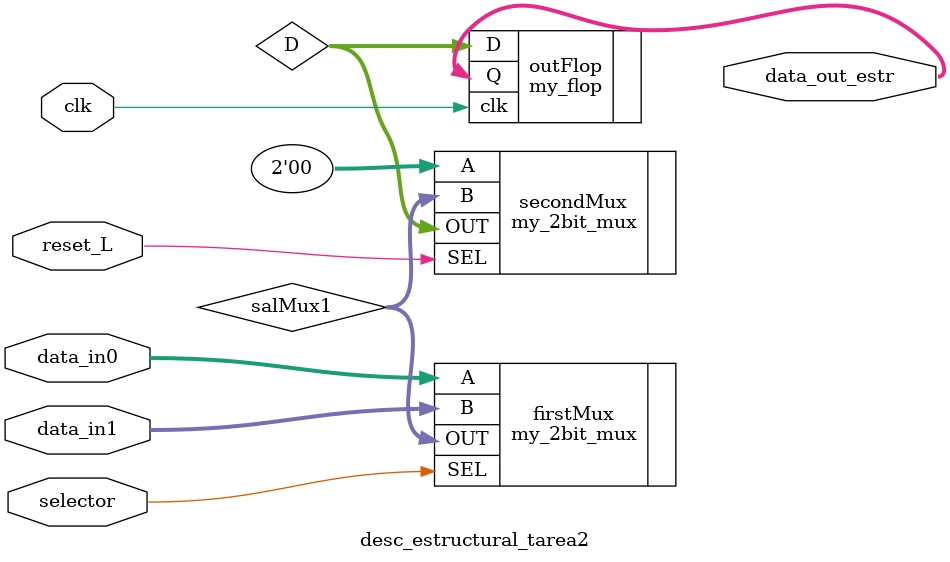
<source format=v>
`include "biblioteca.v"

module desc_estructural_tarea2 (input clk,
                   input reset_L,
                   input selector,
                   input [1:0] data_in0,
                   input [1:0] data_in1,
                   output [1:0] data_out_estr);
    wire [1:0] salMux1; 
    wire [1:0] D;

    my_2bit_mux firstMux( .A(data_in0),
                          .B(data_in1),
                          .SEL(selector),
                          .OUT(salMux1));

    my_2bit_mux secondMux( .A(2'b0),
                           .B(salMux1),
                           .SEL(reset_L),
                           .OUT(D));

    my_flop outFlop( .clk(clk),
                     .D(D),
                     .Q(data_out_estr));
endmodule
</source>
